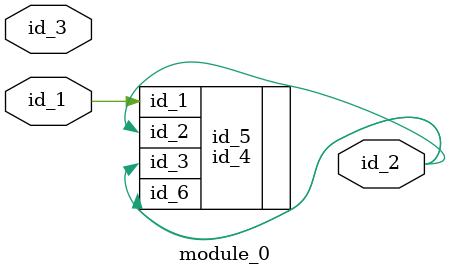
<source format=v>
module module_0 (
    id_1,
    id_2,
    id_3
);
  input id_3;
  output id_2;
  input id_1;
  id_4 id_5 (
      .id_1(id_3),
      .id_1(id_2),
      .id_3(1),
      .id_3(id_2),
      .id_1(id_2),
      .id_1(id_1),
      .id_2(id_2),
      .id_6(id_2)
  );
endmodule

</source>
